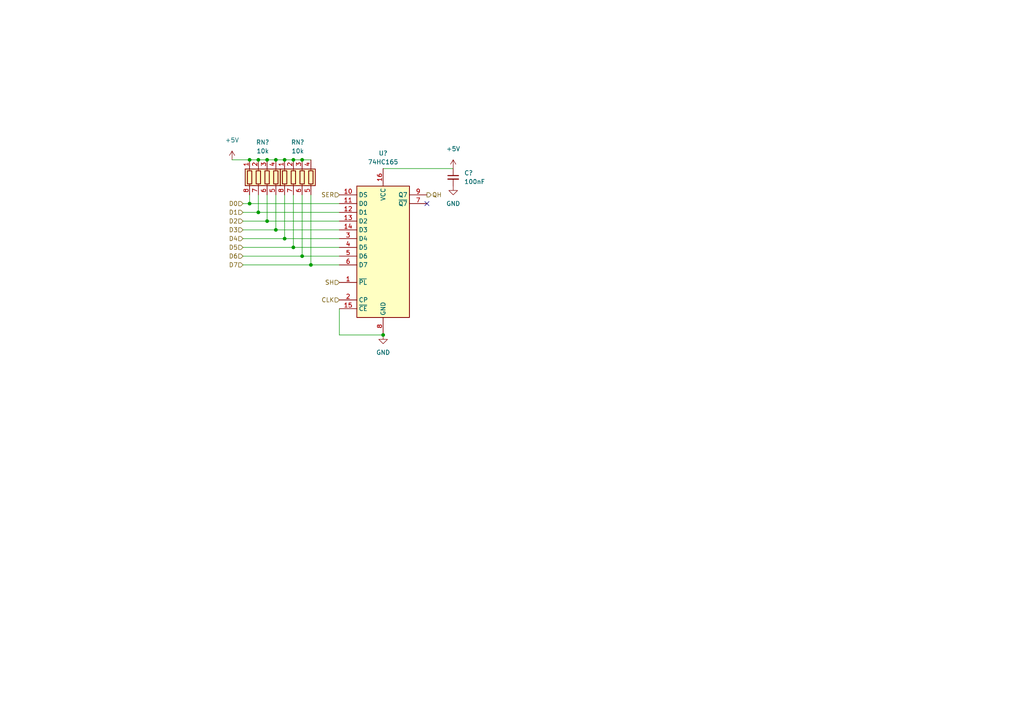
<source format=kicad_sch>
(kicad_sch (version 20211123) (generator eeschema)
  (paper "A4")
  (lib_symbols
    (symbol "74xx:74HC165"
      (property "Reference" "U" (at -7.62 19.05 0))
      (property "Value" "74HC165" (at -7.62 -21.59 0))
      (symbol "74HC165_1_0"
        (pin input line (at -12.7 -10.16 0) (length 5.08) (name "~{PL}") (number "1"))
        (pin input line (at -12.7 15.24 0) (length 5.08) (name "DS") (number "10"))
        (pin input line (at -12.7 12.7 0) (length 5.08) (name "D0") (number "11"))
        (pin input line (at -12.7 10.16 0) (length 5.08) (name "D1") (number "12"))
        (pin input line (at -12.7 7.62 0) (length 5.08) (name "D2") (number "13"))
        (pin input line (at -12.7 5.08 0) (length 5.08) (name "D3") (number "14"))
        (pin input line (at -12.7 -17.78 0) (length 5.08) (name "~{CE}") (number "15"))
        (pin power_in line (at 0 22.86 270) (length 5.08) (name "VCC") (number "16"))
        (pin input line (at -12.7 -15.24 0) (length 5.08) (name "CP") (number "2"))
        (pin input line (at -12.7 2.54 0) (length 5.08) (name "D4") (number "3"))
        (pin input line (at -12.7 0 0) (length 5.08) (name "D5") (number "4"))
        (pin input line (at -12.7 -2.54 0) (length 5.08) (name "D6") (number "5"))
        (pin input line (at -12.7 -5.08 0) (length 5.08) (name "D7") (number "6"))
        (pin output line (at 12.7 12.7 180) (length 5.08) (name "~{Q7}") (number "7"))
        (pin power_in line (at 0 -25.4 90) (length 5.08) (name "GND") (number "8"))
        (pin output line (at 12.7 15.24 180) (length 5.08) (name "Q7") (number "9"))
      )
      (symbol "74HC165_1_1"
        (rectangle (start -7.62 17.78) (end 7.62 -20.32) (stroke (width 0.254)) (fill (type background)))
      )
    )
    (symbol "Device:C_Small" (pin_numbers hide) (pin_names (offset 0.254) hide)
      (property "Reference" "C" (at 0.254 1.778 0))
      (property "Value" "C_Small" (at 0.254 -2.032 0))
      (symbol "C_Small_0_1"
        (polyline (pts (xy -1.524 -0.508) (xy 1.524 -0.508)) (stroke (width 0.3302)))
        (polyline (pts (xy -1.524 0.508) (xy 1.524 0.508)) (stroke (width 0.3048)))
      )
      (symbol "C_Small_1_1"
        (pin passive line (at 0 2.54 270) (length 2.032) (name "~") (number "1"))
        (pin passive line (at 0 -2.54 90) (length 2.032) (name "~") (number "2"))
      )
    )
    (symbol "Device:R_Pack04" (pin_names (offset 0) hide)
      (property "Reference" "RN" (at -7.62 0 90))
      (property "Value" "R_Pack04" (at 5.08 0 90))
      (symbol "R_Pack04_0_1"
        (rectangle (start -6.35 -2.413) (end 3.81 2.413) (stroke (width 0.254)) (fill (type background)))
        (rectangle (start -5.715 1.905) (end -4.445 -1.905) (stroke (width 0.254)))
        (rectangle (start -3.175 1.905) (end -1.905 -1.905) (stroke (width 0.254)))
        (rectangle (start -0.635 1.905) (end 0.635 -1.905) (stroke (width 0.254)))
        (polyline (pts (xy -5.08 -2.54) (xy -5.08 -1.905)))
        (polyline (pts (xy -5.08 1.905) (xy -5.08 2.54)))
        (polyline (pts (xy -2.54 -2.54) (xy -2.54 -1.905)))
        (polyline (pts (xy -2.54 1.905) (xy -2.54 2.54)))
        (polyline (pts (xy 0 -2.54) (xy 0 -1.905)))
        (polyline (pts (xy 0 1.905) (xy 0 2.54)))
        (polyline (pts (xy 2.54 -2.54) (xy 2.54 -1.905)))
        (polyline (pts (xy 2.54 1.905) (xy 2.54 2.54)))
        (rectangle (start 1.905 1.905) (end 3.175 -1.905) (stroke (width 0.254)))
      )
      (symbol "R_Pack04_1_1"
        (pin passive line (at -5.08 -5.08 90) (length 2.54) (name "R1.1") (number "1"))
        (pin passive line (at -2.54 -5.08 90) (length 2.54) (name "R2.1") (number "2"))
        (pin passive line (at 0 -5.08 90) (length 2.54) (name "R3.1") (number "3"))
        (pin passive line (at 2.54 -5.08 90) (length 2.54) (name "R4.1") (number "4"))
        (pin passive line (at 2.54 5.08 270) (length 2.54) (name "R4.2") (number "5"))
        (pin passive line (at 0 5.08 270) (length 2.54) (name "R3.2") (number "6"))
        (pin passive line (at -2.54 5.08 270) (length 2.54) (name "R2.2") (number "7"))
        (pin passive line (at -5.08 5.08 270) (length 2.54) (name "R1.2") (number "8"))
      )
    )
    (symbol "power:+5V" (power) (pin_names (offset 0))
      (property "Value" "+5V" (at 0 3.556 0))
      (symbol "+5V_0_1"
        (polyline (pts (xy -0.762 1.27) (xy 0 2.54)))
        (polyline (pts (xy 0 0) (xy 0 2.54)))
        (polyline (pts (xy 0 2.54) (xy 0.762 1.27)))
      )
      (symbol "+5V_1_1"
        (pin power_in line (at 0 0 90) (length 0) hide (name "+5V") (number "1"))
      )
    )
    (symbol "power:GND" (power) (pin_names (offset 0))
      (property "Value" "GND" (at 0 -3.81 0))
      (symbol "GND_0_1"
        (polyline (pts (xy 0 0) (xy 0 -1.27) (xy 1.27 -1.27) (xy 0 -2.54) (xy -1.27 -1.27) (xy 0 -1.27)))
      )
      (symbol "GND_1_1"
        (pin power_in line (at 0 0 270) (length 0) hide (name "GND") (number "1"))
      )
    )
  )
  (junction (at 87.63 46.355))
  (junction (at 80.01 66.675))
  (junction (at 80.01 46.355))
  (junction (at 74.93 61.595))
  (junction (at 111.125 97.155))
  (junction (at 72.39 46.355))
  (junction (at 72.39 59.055))
  (junction (at 77.47 64.135))
  (junction (at 87.63 74.295))
  (junction (at 77.47 46.355))
  (junction (at 85.09 46.355))
  (junction (at 90.17 76.835))
  (junction (at 74.93 46.355))
  (junction (at 82.55 46.355))
  (junction (at 85.09 71.755))
  (junction (at 82.55 69.215))
  (no_connect (at 123.825 59.055))
  (wire (pts (xy 74.93 61.595) (xy 98.425 61.595)))
  (wire (pts (xy 77.47 64.135) (xy 98.425 64.135)))
  (wire (pts (xy 70.485 69.215) (xy 82.55 69.215)))
  (wire (pts (xy 111.125 48.895) (xy 131.445 48.895)))
  (wire (pts (xy 87.63 74.295) (xy 98.425 74.295)))
  (wire (pts (xy 72.39 59.055) (xy 98.425 59.055)))
  (wire (pts (xy 70.485 71.755) (xy 85.09 71.755)))
  (wire (pts (xy 70.485 59.055) (xy 72.39 59.055)))
  (wire (pts (xy 80.01 66.675) (xy 98.425 66.675)))
  (wire (pts (xy 90.17 76.835) (xy 98.425 76.835)))
  (wire (pts (xy 98.425 97.155) (xy 111.125 97.155)))
  (wire (pts (xy 77.47 46.355) (xy 80.01 46.355)))
  (wire (pts (xy 70.485 61.595) (xy 74.93 61.595)))
  (wire (pts (xy 87.63 46.355) (xy 90.17 46.355)))
  (wire (pts (xy 70.485 74.295) (xy 87.63 74.295)))
  (wire (pts (xy 85.09 46.355) (xy 87.63 46.355)))
  (wire (pts (xy 74.93 61.595) (xy 74.93 56.515)))
  (wire (pts (xy 85.09 71.755) (xy 98.425 71.755)))
  (wire (pts (xy 72.39 56.515) (xy 72.39 59.055)))
  (wire (pts (xy 67.31 46.355) (xy 72.39 46.355)))
  (wire (pts (xy 70.485 76.835) (xy 90.17 76.835)))
  (wire (pts (xy 70.485 64.135) (xy 77.47 64.135)))
  (wire (pts (xy 82.55 69.215) (xy 98.425 69.215)))
  (wire (pts (xy 70.485 66.675) (xy 80.01 66.675)))
  (wire (pts (xy 74.93 46.355) (xy 77.47 46.355)))
  (wire (pts (xy 80.01 46.355) (xy 82.55 46.355)))
  (wire (pts (xy 90.17 76.835) (xy 90.17 56.515)))
  (wire (pts (xy 82.55 46.355) (xy 85.09 46.355)))
  (wire (pts (xy 77.47 64.135) (xy 77.47 56.515)))
  (wire (pts (xy 72.39 46.355) (xy 74.93 46.355)))
  (wire (pts (xy 80.01 66.675) (xy 80.01 56.515)))
  (wire (pts (xy 85.09 71.755) (xy 85.09 56.515)))
  (wire (pts (xy 87.63 74.295) (xy 87.63 56.515)))
  (wire (pts (xy 98.425 89.535) (xy 98.425 97.155)))
  (wire (pts (xy 82.55 69.215) (xy 82.55 56.515)))
  (hierarchical_label "D1" (shape input) (at 70.485 61.595 180))
  (hierarchical_label "D0" (shape input) (at 70.485 59.055 180))
  (hierarchical_label "CLK" (shape input) (at 98.425 86.995 180))
  (hierarchical_label "QH" (shape output) (at 123.825 56.515 0))
  (hierarchical_label "SER" (shape input) (at 98.425 56.515 180))
  (hierarchical_label "SH" (shape input) (at 98.425 81.915 180))
  (hierarchical_label "D3" (shape input) (at 70.485 66.675 180))
  (hierarchical_label "D6" (shape input) (at 70.485 74.295 180))
  (hierarchical_label "D5" (shape input) (at 70.485 71.755 180))
  (hierarchical_label "D4" (shape input) (at 70.485 69.215 180))
  (hierarchical_label "D7" (shape input) (at 70.485 76.835 180))
  (hierarchical_label "D2" (shape input) (at 70.485 64.135 180))
  (symbol (lib_id "power:GND") (at 131.445 53.975 0)
    (property "Reference" "#PWR?" (effects hide))
    (property "Value" "GND" (at 131.445 59.055 0))
  )
  (symbol (lib_id "power:+5V") (at 131.445 48.895 0)
    (property "Reference" "#PWR?" (effects hide))
    (property "Value" "+5V" (at 131.445 43.18 0))
  )
  (symbol (lib_id "Device:R_Pack04") (at 77.47 51.435 0) (mirror x)
    (property "Reference" "RN?" (at 76.2 41.275 0))
    (property "Value" "10k" (at 76.2 43.815 0))
    (property "Footprint" "Resistor_SMD:R_Array_Convex_4x0603" (effects hide))
    (property "JLC" "0603_x4" (effects hide))
    (property "LCSC" "C29718" (effects hide))
  )
  (symbol (lib_id "power:+5V") (at 67.31 46.355 0)
    (property "Reference" "#PWR?" (effects hide))
    (property "Value" "+5V" (at 67.31 40.64 0))
  )
  (symbol (lib_id "Device:C_Small") (at 131.445 51.435 0)
    (property "Reference" "C?" (at 134.62 50.1712 0) (effects (justify left)))
    (property "Value" "100nF" (at 134.62 52.7112 0) (effects (justify left)))
  )
  (symbol (lib_id "Device:R_Pack04") (at 87.63 51.435 0) (mirror x)
    (property "Reference" "RN?" (at 86.36 41.275 0))
    (property "Value" "10k" (at 86.36 43.815 0))
    (property "Footprint" "Resistor_SMD:R_Array_Convex_4x0603" (effects hide))
    (property "JLC" "0603_x4" (effects hide))
    (property "LCSC" "C29718" (effects hide))
  )
  (symbol (lib_id "power:GND") (at 111.125 97.155 0)
    (property "Reference" "#PWR?" (effects hide))
    (property "Value" "GND" (at 111.125 102.235 0))
  )
  (symbol (lib_id "74xx:74HC165") (at 111.125 71.755 0)
    (property "Reference" "U?" (at 111.125 44.45 0))
    (property "Value" "74HC165" (at 106.68 46.99 0) (effects (justify left)))
    (property "Datasheet" "https://assets.nexperia.com/documents/data-sheet/74HC_HCT165.pdf" (effects hide))
  )
)
</source>
